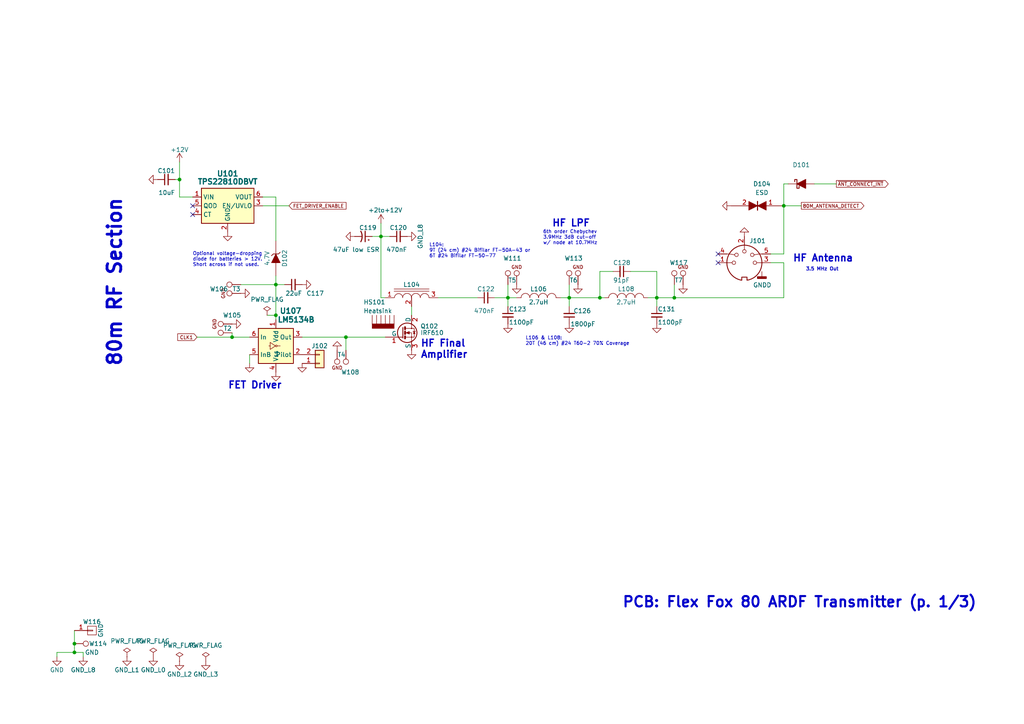
<source format=kicad_sch>
(kicad_sch (version 20211123) (generator eeschema)
  (paper "A4")
  (title_block (title "ARDF 2-Band Mini Transmitter") (date "2020-10-16") (rev "P2.1"))
  (lib_symbols
    (symbol "Connector_Generic:Conn_01x02" (pin_names (offset 1.016) hide)
      (property "Reference" "J" (at 0 2.54 0))
      (property "Value" "Conn_01x02" (at 0 -5.08 0))
      (symbol "Conn_01x02_1_1"
        (rectangle (start -1.27 -2.413) (end 0 -2.667) (stroke (width 0.1524)))
        (rectangle (start -1.27 0.127) (end 0 -0.127) (stroke (width 0.1524)))
        (rectangle (start -1.27 1.27) (end 1.27 -3.81) (stroke (width 0.254)) (fill (type background)))
        (pin passive line (at -5.08 0 0) (length 3.81) (name "Pin_1") (number "1"))
        (pin passive line (at -5.08 -2.54 0) (length 3.81) (name "Pin_2") (number "2"))
      )
    )
    (symbol "Device:C_Small" (pin_numbers hide) (pin_names (offset 0.254) hide)
      (property "Reference" "C" (at 0.254 1.778 0))
      (property "Value" "C_Small" (at 0.254 -2.032 0))
      (symbol "C_Small_0_1"
        (polyline (pts (xy -1.524 -0.508) (xy 1.524 -0.508)) (stroke (width 0.3302)))
        (polyline (pts (xy -1.524 0.508) (xy 1.524 0.508)) (stroke (width 0.3048)))
      )
      (symbol "C_Small_1_1"
        (pin passive line (at 0 2.54 270) (length 2.032) (name "~") (number "1"))
        (pin passive line (at 0 -2.54 90) (length 2.032) (name "~") (number "2"))
      )
    )
    (symbol "FlexFox80-rescue:+2to+12V-ARDF-2-Band-MiniTx-rescue" (power) (pin_names (offset 0))
      (property "Value" "+2to+12V-ARDF-2-Band-MiniTx-rescue" (at 0 3.556 0))
      (symbol "+2to+12V-ARDF-2-Band-MiniTx-rescue_0_1"
        (polyline (pts (xy -0.762 1.27) (xy 0 2.54)))
        (polyline (pts (xy 0 0) (xy 0 2.54)))
        (polyline (pts (xy 0 2.54) (xy 0.762 1.27)))
      )
      (symbol "+2to+12V-ARDF-2-Band-MiniTx-rescue_1_1"
        (pin power_in line (at 0 0 90) (length 0) hide (name "+2to+12V") (number "1"))
      )
    )
    (symbol "FlexFox80-rescue:BZT52C4V7-Diode" (pin_numbers hide) (pin_names (offset 1.016) hide)
      (property "Reference" "D" (at 0 2.54 0))
      (property "Value" "BZT52C4V7-Diode" (at 0 -2.54 0))
      (symbol "BZT52C4V7-Diode_0_1"
        (polyline (pts (xy -1.778 1.27) (xy -1.27 0.762) (xy -1.27 -0.762) (xy -0.762 -1.27) (xy -0.762 -1.27)) (stroke (width 0.2032)))
        (polyline (pts (xy -1.27 0) (xy 1.27 1.27) (xy 1.27 -1.27) (xy -1.27 0) (xy -1.27 0)) (fill (type outline)))
      )
      (symbol "BZT52C4V7-Diode_1_1"
        (pin passive line (at -5.08 0 0) (length 3.81) (name "K") (number "1"))
        (pin passive line (at 5.08 0 180) (length 3.81) (name "A") (number "2"))
      )
    )
    (symbol "FlexFox80-rescue:CONN_01X01-ARDF-2-Band-MiniTx-rescue" (pin_names (offset 1.016) hide)
      (property "Reference" "J" (at 0 2.54 0))
      (property "Value" "CONN_01X01-ARDF-2-Band-MiniTx-rescue" (at 2.54 0 90))
      (symbol "CONN_01X01-ARDF-2-Band-MiniTx-rescue_0_1"
        (rectangle (start -1.27 0.127) (end 0.254 -0.127))
        (rectangle (start -1.27 1.27) (end 1.27 -1.27))
      )
      (symbol "CONN_01X01-ARDF-2-Band-MiniTx-rescue_1_1"
        (pin passive line (at -5.08 0 0) (length 3.81) (name "P1") (number "1"))
      )
    )
    (symbol "FlexFox80-rescue:CP1_Small-Device" (pin_numbers hide) (pin_names (offset 0.254) hide)
      (property "Reference" "C" (at 0.254 1.778 0))
      (property "Value" "CP1_Small-Device" (at 0.254 -2.032 0))
      (symbol "CP1_Small-Device_0_1"
        (polyline (pts (xy -1.524 0.508) (xy 1.524 0.508)) (stroke (width 0.3048)))
        (polyline (pts (xy -1.27 1.524) (xy -0.762 1.524)))
        (polyline (pts (xy -1.016 1.27) (xy -1.016 1.778)))
        (arc (start 1.524 -0.762) (mid 0 -0.3734) (end -1.524 -0.762) (stroke (width 0.3048)))
      )
      (symbol "CP1_Small-Device_1_1"
        (pin passive line (at 0 2.54 270) (length 2.032) (name "~") (number "1"))
        (pin passive line (at 0 -2.54 90) (length 2.032) (name "~") (number "2"))
      )
    )
    (symbol "FlexFox80-rescue:DIN-5_180degree-Connector" (pin_names (offset 1.016))
      (property "Reference" "J" (at 3.175 5.715 0))
      (property "Value" "DIN-5_180degree-Connector" (at 0 -6.35 0))
      (symbol "DIN-5_180degree-Connector_0_1"
        (arc (start -5.08 0) (mid -3.8609 -3.3364) (end -0.762 -5.08) (stroke (width 0.254)))
        (circle (center -3.048 0) (radius 0.508))
        (circle (center -2.286 2.286) (radius 0.508))
        (polyline (pts (xy -5.08 0) (xy -3.556 0)))
        (polyline (pts (xy 0 5.08) (xy 0 3.81)))
        (polyline (pts (xy 5.08 0) (xy 3.556 0)))
        (polyline (pts (xy -5.08 2.54) (xy -4.318 2.54) (xy -2.794 2.286)))
        (polyline (pts (xy 5.08 2.54) (xy 4.318 2.54) (xy 2.794 2.286)))
        (polyline (pts (xy -0.762 -4.953) (xy -0.762 -4.191) (xy 0.762 -4.191) (xy 0.762 -4.953)) (stroke (width 0.254)))
        (circle (center 0 3.302) (radius 0.508))
        (arc (start 0.762 -5.08) (mid 3.8685 -3.343) (end 5.08 0) (stroke (width 0.254)))
        (circle (center 2.286 2.286) (radius 0.508))
        (circle (center 3.048 0) (radius 0.508))
        (arc (start 5.08 0) (mid 0 5.08) (end -5.08 0) (stroke (width 0.254)))
      )
      (symbol "DIN-5_180degree-Connector_1_1"
        (pin passive line (at -7.62 0 0) (length 2.54) (name "~") (number "1"))
        (pin passive line (at 0 7.62 270) (length 2.54) (name "~") (number "2"))
        (pin passive line (at 7.62 0 180) (length 2.54) (name "~") (number "3"))
        (pin passive line (at -7.62 2.54 0) (length 2.54) (name "~") (number "4"))
        (pin passive line (at 7.62 2.54 180) (length 2.54) (name "~") (number "5"))
        (pin passive line (at 5.08 -2.54 180) (length 5.08) hide (name "E") (number "E"))
      )
    )
    (symbol "FlexFox80-rescue:D_Schottky_ALT-Device" (pin_numbers hide) (pin_names (offset 1.016) hide)
      (property "Reference" "D" (at 0 2.54 0))
      (property "Value" "D_Schottky_ALT-Device" (at 0 -2.54 0))
      (symbol "D_Schottky_ALT-Device_0_1"
        (polyline (pts (xy 1.27 0) (xy -1.27 0)))
        (polyline (pts (xy 1.27 1.27) (xy 1.27 -1.27) (xy -1.27 0) (xy 1.27 1.27)) (stroke (width 0.254)) (fill (type outline)))
        (polyline (pts (xy -1.905 0.635) (xy -1.905 1.27) (xy -1.27 1.27) (xy -1.27 -1.27) (xy -0.635 -1.27) (xy -0.635 -0.635)) (stroke (width 0.254)))
      )
      (symbol "D_Schottky_ALT-Device_1_1"
        (pin passive line (at -3.81 0 0) (length 2.54) (name "K") (number "1"))
        (pin passive line (at 3.81 0 180) (length 2.54) (name "A") (number "2"))
      )
    )
    (symbol "FlexFox80-rescue:GND_L0-ARDF-2-Band-MiniTx-rescue" (power) (pin_names (offset 0))
      (property "Value" "GND_L0-ARDF-2-Band-MiniTx-rescue" (at 0 -3.81 0))
      (symbol "GND_L0-ARDF-2-Band-MiniTx-rescue_0_1"
        (polyline (pts (xy 0 0) (xy 0 -1.27) (xy 1.27 -1.27) (xy 0 -2.54) (xy -1.27 -1.27) (xy 0 -1.27)))
      )
      (symbol "GND_L0-ARDF-2-Band-MiniTx-rescue_1_1"
        (pin power_in line (at 0 0 270) (length 0) hide (name "GND_L0") (number "1"))
      )
    )
    (symbol "FlexFox80-rescue:GND_L1-ARDF-2-Band-MiniTx-rescue" (power) (pin_names (offset 0))
      (property "Value" "GND_L1-ARDF-2-Band-MiniTx-rescue" (at 0 -3.81 0))
      (symbol "GND_L1-ARDF-2-Band-MiniTx-rescue_0_1"
        (polyline (pts (xy 0 0) (xy 0 -1.27) (xy 1.27 -1.27) (xy 0 -2.54) (xy -1.27 -1.27) (xy 0 -1.27)))
      )
      (symbol "GND_L1-ARDF-2-Band-MiniTx-rescue_1_1"
        (pin power_in line (at 0 0 270) (length 0) hide (name "GND_L1") (number "1"))
      )
    )
    (symbol "FlexFox80-rescue:GND_L2-ARDF-2-Band-MiniTx-rescue" (power) (pin_names (offset 0))
      (property "Value" "GND_L2-ARDF-2-Band-MiniTx-rescue" (at 0 -3.81 0))
      (symbol "GND_L2-ARDF-2-Band-MiniTx-rescue_0_1"
        (polyline (pts (xy 0 0) (xy 0 -1.27) (xy 1.27 -1.27) (xy 0 -2.54) (xy -1.27 -1.27) (xy 0 -1.27)))
      )
      (symbol "GND_L2-ARDF-2-Band-MiniTx-rescue_1_1"
        (pin power_in line (at 0 0 270) (length 0) hide (name "GND_L2") (number "1"))
      )
    )
    (symbol "FlexFox80-rescue:GND_L3-ARDF-2-Band-MiniTx-rescue" (power) (pin_names (offset 0))
      (property "Value" "GND_L3-ARDF-2-Band-MiniTx-rescue" (at 0 -3.81 0))
      (symbol "GND_L3-ARDF-2-Band-MiniTx-rescue_0_1"
        (polyline (pts (xy 0 0) (xy 0 -1.27) (xy 1.27 -1.27) (xy 0 -2.54) (xy -1.27 -1.27) (xy 0 -1.27)))
      )
      (symbol "GND_L3-ARDF-2-Band-MiniTx-rescue_1_1"
        (pin power_in line (at 0 0 270) (length 0) hide (name "GND_L3") (number "1"))
      )
    )
    (symbol "FlexFox80-rescue:GND_L8-ARDF-2-Band-MiniTx-rescue" (power) (pin_names (offset 0))
      (property "Value" "GND_L8-ARDF-2-Band-MiniTx-rescue" (at 0 -3.81 0))
      (symbol "GND_L8-ARDF-2-Band-MiniTx-rescue_0_1"
        (polyline (pts (xy 0 0) (xy 0 -1.27) (xy 1.27 -1.27) (xy 0 -2.54) (xy -1.27 -1.27) (xy 0 -1.27)))
      )
      (symbol "GND_L8-ARDF-2-Band-MiniTx-rescue_1_1"
        (pin power_in line (at 0 0 270) (length 0) hide (name "GND_L8") (number "1"))
      )
    )
    (symbol "FlexFox80-rescue:INDUCTOR_CT-Device" (pin_names (offset 1.016) hide)
      (property "Reference" "L" (at -1.27 0 90))
      (property "Value" "INDUCTOR_CT-Device" (at 6.35 1.27 90))
      (symbol "INDUCTOR_CT-Device_0_1"
        (polyline (pts (xy 1.905 5.08) (xy 1.905 -5.08)))
        (polyline (pts (xy 2.54 5.08) (xy 2.54 -5.08)))
        (arc (start 0.0254 -5.0546) (mid 1.2449 -3.8097) (end 0.0254 -2.54))
        (arc (start 0.0254 -2.5146) (mid 1.2703 -1.2444) (end 0.0254 0.0508))
        (arc (start 0.0254 0.0254) (mid 1.2703 1.2956) (end 0.0254 2.5908))
        (arc (start 0.0254 2.5654) (mid 1.1941 3.7595) (end 0.0254 4.9784))
      )
      (symbol "INDUCTOR_CT-Device_1_1"
        (pin passive line (at 0 7.62 270) (length 2.54) (name "1") (number "1"))
        (pin passive line (at -2.54 0 0) (length 2.54) (name "TAP") (number "2"))
        (pin passive line (at 0 -7.62 90) (length 2.54) (name "3") (number "3"))
      )
    )
    (symbol "FlexFox80-rescue:INDUCTOR_SMALL-Device" (pin_numbers hide) (pin_names (offset 0) hide)
      (property "Reference" "L" (at 0 2.54 0))
      (property "Value" "INDUCTOR_SMALL-Device" (at 0 -1.27 0))
      (symbol "INDUCTOR_SMALL-Device_0_1"
        (arc (start -2.54 0) (mid -3.81 1.27) (end -5.08 0))
        (arc (start 0 0) (mid -1.27 1.27) (end -2.54 0))
        (arc (start 2.54 0) (mid 1.27 1.27) (end 0 0))
        (arc (start 5.08 0) (mid 3.81 1.27) (end 2.54 0))
      )
      (symbol "INDUCTOR_SMALL-Device_1_1"
        (pin input line (at -6.35 0 0) (length 1.27) (name "1") (number "1"))
        (pin input line (at 6.35 0 180) (length 1.27) (name "2") (number "2"))
      )
    )
    (symbol "FlexFox80-rescue:IRF610_TO220-Transistor_FET" (pin_names (offset 0))
      (property "Reference" "Q" (at 5.08 1.905 0))
      (property "Value" "IRF610_TO220-Transistor_FET" (at 5.08 0 0))
      (symbol "IRF610_TO220-Transistor_FET_0_1"
        (polyline (pts (xy 0.635 -1.016) (xy 0.635 -1.651)) (stroke (width 0.508)))
        (polyline (pts (xy 0.635 0.381) (xy 0.635 -0.381)) (stroke (width 0.508)))
        (polyline (pts (xy 0.635 1.651) (xy 0.635 1.016)) (stroke (width 0.508)))
        (polyline (pts (xy 3.048 0.381) (xy 2.921 0.254)))
        (polyline (pts (xy 3.048 0.381) (xy 3.556 0.381)))
        (polyline (pts (xy 3.556 0.381) (xy 3.683 0.508)))
        (polyline (pts (xy 0 1.524) (xy 0 -1.524) (xy 0 -1.524)) (stroke (width 0.254)))
        (polyline (pts (xy 0.762 -1.27) (xy 2.54 -1.27) (xy 2.54 -2.54) (xy 2.54 -2.54)))
        (polyline (pts (xy 0.762 1.27) (xy 2.54 1.27) (xy 2.54 2.54) (xy 2.54 2.54)))
        (polyline (pts (xy 2.54 1.27) (xy 3.302 1.27) (xy 3.302 -1.27) (xy 2.54 -1.27)))
        (polyline (pts (xy 3.302 0.381) (xy 3.048 -0.254) (xy 3.556 -0.254) (xy 3.302 0.381)) (fill (type outline)))
        (polyline (pts (xy 0.762 0) (xy 1.27 0) (xy 2.54 0) (xy 2.54 -1.27) (xy 2.54 -1.27)))
        (polyline (pts (xy 0.889 0) (xy 1.905 0.381) (xy 1.905 -0.381) (xy 0.889 0) (xy 1.016 0) (xy 1.016 0)) (fill (type outline)))
        (circle (center 1.27 0) (radius 2.8194) (stroke (width 0.254)))
        (circle (center 2.54 -1.27) (radius 0.127))
        (circle (center 2.54 1.27) (radius 0.127))
      )
      (symbol "IRF610_TO220-Transistor_FET_1_1"
        (pin input line (at -5.08 -1.27 0) (length 5.08) (name "G") (number "1"))
        (pin passive line (at 2.54 5.08 270) (length 2.54) (name "D") (number "2"))
        (pin passive line (at 2.54 -5.08 90) (length 2.54) (name "S") (number "3"))
      )
    )
    (symbol "FlexFox80-rescue:LM5134-Driver_FET"
      (property "Reference" "U" (at -1.524 10.541 0))
      (property "Value" "LM5134-Driver_FET" (at -1.524 8.636 0))
      (symbol "LM5134-Driver_FET_0_1"
        (rectangle (start -5.08 -5.08) (end 5.08 5.08) (stroke (width 0.254)) (fill (type background)))
        (polyline (pts (xy -2.032 0) (xy -1.651 0)))
        (polyline (pts (xy 0.381 0) (xy 1.27 0) (xy 0.635 0)))
        (polyline (pts (xy -1.651 1.016) (xy -1.651 -1.016) (xy -0.127 0) (xy -1.651 1.016)))
        (circle (center 0.127 0) (radius 0.254))
      )
      (symbol "LM5134-Driver_FET_1_1"
        (pin power_in line (at 0 7.62 270) (length 2.54) (name "Vdd") (number "1"))
        (pin output line (at 7.62 -2.54 180) (length 2.54) (name "Pilot") (number "2"))
        (pin output line (at 7.62 2.54 180) (length 2.54) (name "Out") (number "3"))
        (pin power_in line (at 0 -7.62 90) (length 2.54) (name "Vss") (number "4"))
        (pin input line (at -7.62 -2.54 0) (length 2.54) (name "InB") (number "5"))
        (pin input line (at -7.62 2.54 0) (length 2.54) (name "In") (number "6"))
      )
    )
    (symbol "FlexFox80-rescue:TEST_1P-ARDF-2-Band-MiniTx-rescue" (pin_numbers hide) (pin_names (offset 0.762) hide)
      (property "Reference" "J" (at 0 6.858 0))
      (property "Value" "TEST_1P-ARDF-2-Band-MiniTx-rescue" (at 0 5.08 0))
      (symbol "TEST_1P-ARDF-2-Band-MiniTx-rescue_0_1"
        (circle (center 0 3.302) (radius 0.762))
      )
      (symbol "TEST_1P-ARDF-2-Band-MiniTx-rescue_1_1"
        (pin passive line (at 0 0 90) (length 2.54) (name "1") (number "1"))
      )
    )
    (symbol "FlexFox80-rescue:TPS22810DBVT-Power_Management"
      (property "Reference" "U" (at -6.35 6.35 0))
      (property "Value" "TPS22810DBVT-Power_Management" (at 7.62 -6.35 0))
      (symbol "TPS22810DBVT-Power_Management_1_1"
        (rectangle (start -7.62 5.08) (end 7.62 -5.08) (stroke (width 0.254)) (fill (type background)))
        (pin power_in line (at 10.16 2.54 180) (length 2.54) (name "VIN") (number "1"))
        (pin power_in line (at 0 -7.62 90) (length 2.54) (name "GND") (number "2"))
        (pin input line (at -10.16 0 0) (length 2.54) (name "EN/UVLO") (number "3"))
        (pin output line (at 10.16 -2.54 180) (length 2.54) (name "CT") (number "4"))
        (pin open_collector line (at 10.16 0 180) (length 2.54) (name "QOD") (number "5"))
        (pin power_out line (at -10.16 2.54 0) (length 2.54) (name "VOUT") (number "6"))
      )
    )
    (symbol "FlexFox80-rescue:TVS_Diode-Power_Protection" (pin_names (offset 1.016))
      (property "Reference" "D" (at 0 3.81 0))
      (property "Value" "TVS_Diode-Power_Protection" (at 0 -3.81 0))
      (symbol "TVS_Diode-Power_Protection_0_1"
        (polyline (pts (xy 0 1.27) (xy 0 -1.27)) (stroke (width 0.3048)))
        (polyline (pts (xy -2.54 1.27) (xy -2.54 -1.27) (xy 0 0) (xy -2.54 1.27)) (fill (type outline)))
        (polyline (pts (xy 0 0) (xy 2.54 1.27) (xy 2.54 -1.27) (xy 0 0)) (fill (type outline)))
      )
      (symbol "TVS_Diode-Power_Protection_1_1"
        (pin passive line (at -7.62 0 0) (length 7.62) (name "~") (number "1"))
        (pin passive line (at 7.62 0 180) (length 7.62) (name "~") (number "2"))
      )
    )
    (symbol "power:+12V" (power) (pin_names (offset 0))
      (property "Value" "+12V" (at 0 3.556 0))
      (symbol "+12V_0_1"
        (polyline (pts (xy -0.762 1.27) (xy 0 2.54)))
        (polyline (pts (xy 0 0) (xy 0 2.54)))
        (polyline (pts (xy 0 2.54) (xy 0.762 1.27)))
      )
      (symbol "+12V_1_1"
        (pin power_in line (at 0 0 90) (length 0) hide (name "+12V") (number "1"))
      )
    )
    (symbol "power:GND" (power) (pin_names (offset 0))
      (property "Value" "GND" (at 0 -3.81 0))
      (symbol "GND_0_1"
        (polyline (pts (xy 0 0) (xy 0 -1.27) (xy 1.27 -1.27) (xy 0 -2.54) (xy -1.27 -1.27) (xy 0 -1.27)))
      )
      (symbol "GND_1_1"
        (pin power_in line (at 0 0 270) (length 0) hide (name "GND") (number "1"))
      )
    )
    (symbol "power:GNDD" (power) (pin_names (offset 0))
      (property "Value" "GNDD" (at 0 -3.175 0))
      (symbol "GNDD_0_1"
        (rectangle (start -1.27 -1.524) (end 1.27 -2.032) (stroke (width 0.254)) (fill (type outline)))
        (polyline (pts (xy 0 0) (xy 0 -1.524)))
      )
      (symbol "GNDD_1_1"
        (pin power_in line (at 0 0 270) (length 0) hide (name "GNDD") (number "1"))
      )
    )
    (symbol "power:PWR_FLAG" (power) (pin_numbers hide) (pin_names (offset 0) hide)
      (property "Value" "PWR_FLAG" (at 0 3.81 0))
      (symbol "PWR_FLAG_0_0"
        (pin power_out line (at 0 0 90) (length 0) (name "pwr") (number "1"))
      )
      (symbol "PWR_FLAG_0_1"
        (polyline (pts (xy 0 0) (xy 0 1.27) (xy -1.016 1.905) (xy 0 2.54) (xy 1.016 1.905) (xy 0 1.27)))
      )
    )
    (symbol "special:Heat-sink" (pin_names (offset 0))
      (property "Reference" "HS" (at -13.97 3.175 0))
      (property "Value" "Heat-sink" (at -13.97 1.27 0))
      (symbol "Heat-sink_0_1"
        (rectangle (start -2.54 1.27) (end -1.27 1.27))
        (rectangle (start -2.54 1.27) (end 3.81 0) (fill (type outline)))
        (rectangle (start -2.54 3.81) (end -2.54 1.27))
        (rectangle (start -1.27 1.27) (end -1.27 3.81))
        (rectangle (start -1.27 1.27) (end 0 1.27))
        (rectangle (start 0 1.27) (end 0 3.81))
        (rectangle (start 0 1.27) (end 1.27 1.27))
        (rectangle (start 1.27 1.27) (end 1.27 3.81))
        (rectangle (start 1.27 1.27) (end 2.54 1.27))
        (rectangle (start 2.54 1.27) (end 2.54 3.81))
        (rectangle (start 2.54 1.27) (end 3.81 1.27))
        (rectangle (start 3.81 1.27) (end 3.81 3.81))
      )
    )
    (symbol "special:TEST_SCOPE" (pin_numbers hide) (pin_names (offset 0.762) hide)
      (property "Reference" "TP" (at 1.27 6.35 0))
      (property "Value" "TEST_SCOPE" (at 1.27 -2.54 0))
      (symbol "TEST_SCOPE_0_0"
        (text "GND" (at 2.54 5.08 0) (effects (font (size 0.9906 0.9906))))
      )
      (symbol "TEST_SCOPE_0_1"
        (circle (center 0 3.302) (radius 0.762))
        (circle (center 2.54 3.302) (radius 0.762))
      )
      (symbol "TEST_SCOPE_1_1"
        (pin passive line (at 0 0 90) (length 2.54) (name "1") (number "1"))
        (pin input line (at 2.54 0 90) (length 2.54) (name "GND") (number "2"))
      )
    )
  )
  (junction (at 195.58 86.36))
  (junction (at 147.32 86.36))
  (junction (at 190.5 86.36))
  (junction (at 165.1 86.36))
  (junction (at 110.49 68.58))
  (junction (at 80.01 82.55))
  (junction (at 21.59 186.69))
  (junction (at 67.31 97.79))
  (junction (at 21.59 189.23))
  (junction (at 80.01 91.44))
  (junction (at 227.33 59.69))
  (junction (at 173.99 86.36))
  (junction (at 52.07 52.07))
  (junction (at 100.33 97.79))
  (no_connect (at 208.28 76.2))
  (no_connect (at 55.88 59.69))
  (no_connect (at 55.88 62.23))
  (no_connect (at 208.28 73.66))
  (wire (pts (xy 232.41 59.69) (xy 227.33 59.69)))
  (wire (pts (xy 72.39 102.87) (xy 72.39 105.41)))
  (wire (pts (xy 165.1 86.36) (xy 173.99 86.36)))
  (wire (pts (xy 67.31 97.79) (xy 72.39 97.79)))
  (wire (pts (xy 80.01 57.15) (xy 80.01 69.85)))
  (wire (pts (xy 165.1 86.36) (xy 165.1 88.9)))
  (wire (pts (xy 143.51 86.36) (xy 147.32 86.36)))
  (wire (pts (xy 83.82 59.69) (xy 76.2 59.69)))
  (wire (pts (xy 87.63 97.79) (xy 100.33 97.79)))
  (wire (pts (xy 190.5 78.74) (xy 190.5 86.36)))
  (wire (pts (xy 21.59 186.69) (xy 21.59 189.23)))
  (wire (pts (xy 173.99 86.36) (xy 175.26 86.36)))
  (wire (pts (xy 80.01 80.01) (xy 80.01 82.55)))
  (wire (pts (xy 50.8 52.07) (xy 52.07 52.07)))
  (wire (pts (xy 177.8 78.74) (xy 173.99 78.74)))
  (wire (pts (xy 190.5 86.36) (xy 195.58 86.36)))
  (wire (pts (xy 227.33 76.2) (xy 223.52 76.2)))
  (wire (pts (xy 147.32 86.36) (xy 149.86 86.36)))
  (wire (pts (xy 110.49 68.58) (xy 110.49 86.36)))
  (wire (pts (xy 76.2 57.15) (xy 80.01 57.15)))
  (wire (pts (xy 119.38 88.9) (xy 119.38 91.44)))
  (wire (pts (xy 187.96 86.36) (xy 190.5 86.36)))
  (wire (pts (xy 52.07 52.07) (xy 52.07 57.15)))
  (wire (pts (xy 57.15 97.79) (xy 67.31 97.79)))
  (wire (pts (xy 110.49 64.77) (xy 110.49 68.58)))
  (wire (pts (xy 182.88 78.74) (xy 190.5 78.74)))
  (wire (pts (xy 223.52 73.66) (xy 227.33 73.66)))
  (wire (pts (xy 127 86.36) (xy 138.43 86.36)))
  (wire (pts (xy 110.49 68.58) (xy 113.03 68.58)))
  (wire (pts (xy 147.32 82.55) (xy 147.32 86.36)))
  (wire (pts (xy 52.07 57.15) (xy 55.88 57.15)))
  (wire (pts (xy 21.59 182.88) (xy 21.59 186.69)))
  (wire (pts (xy 227.33 86.36) (xy 227.33 76.2)))
  (wire (pts (xy 195.58 86.36) (xy 227.33 86.36)))
  (wire (pts (xy 107.95 68.58) (xy 110.49 68.58)))
  (wire (pts (xy 110.49 86.36) (xy 111.76 86.36)))
  (wire (pts (xy 21.59 189.23) (xy 24.13 189.23)))
  (wire (pts (xy 227.33 59.69) (xy 227.33 73.66)))
  (wire (pts (xy 236.22 53.34) (xy 242.57 53.34)))
  (wire (pts (xy 80.01 82.55) (xy 82.55 82.55)))
  (wire (pts (xy 80.01 82.55) (xy 80.01 91.44)))
  (wire (pts (xy 52.07 46.99) (xy 52.07 52.07)))
  (wire (pts (xy 190.5 86.36) (xy 190.5 88.9)))
  (wire (pts (xy 16.51 190.5) (xy 16.51 189.23)))
  (wire (pts (xy 100.33 101.6) (xy 100.33 97.79)))
  (wire (pts (xy 67.31 97.79) (xy 67.31 96.52)))
  (wire (pts (xy 100.33 97.79) (xy 111.76 97.79)))
  (wire (pts (xy 227.33 53.34) (xy 228.6 53.34)))
  (wire (pts (xy 195.58 82.55) (xy 195.58 86.36)))
  (wire (pts (xy 147.32 86.36) (xy 147.32 88.9)))
  (wire (pts (xy 173.99 78.74) (xy 173.99 86.36)))
  (wire (pts (xy 80.01 91.44) (xy 80.01 92.71)))
  (wire (pts (xy 165.1 82.55) (xy 165.1 86.36)))
  (wire (pts (xy 80.01 91.44) (xy 77.47 91.44)))
  (wire (pts (xy 227.33 53.34) (xy 227.33 59.69)))
  (wire (pts (xy 16.51 189.23) (xy 21.59 189.23)))
  (wire (pts (xy 24.13 189.23) (xy 24.13 190.5)))
  (wire (pts (xy 162.56 86.36) (xy 165.1 86.36)))
  (wire (pts (xy 69.85 82.55) (xy 80.01 82.55)))
  (text "80m RF Section" (at 35.56 106.68 90) (effects (font (size 3.9878 3.9878) (thickness 0.7976) bold) (justify left bottom)))
  (text "3.5 MHz Out" (at 233.68 78.74 0) (effects (font (size 0.9906 0.9906) (thickness 0.1981) bold) (justify left bottom)))
  (text "HF LPF" (at 160.02 66.04 0) (effects (font (size 2.0066 2.0066) (thickness 0.4013) bold) (justify left bottom)))
  (text "L104:\n9T (24 cm) #24 Bifilar FT-50A-43 or\n6T #24 Bifilar FT-50-77" (at 124.46 74.93 0) (effects (font (size 0.9906 0.9906)) (justify left bottom)))
  (text "FET Driver" (at 66.04 113.03 0) (effects (font (size 2.0066 2.0066) (thickness 0.4013) bold) (justify left bottom)))
  (text "6th order Chebychev\n3.9MHz 3dB cut-off\nw/ node at 10.7MHz" (at 157.48 71.12 0) (effects (font (size 0.9906 0.9906)) (justify left bottom)))
  (text "PCB: Flex Fox 80 ARDF Transmitter (p. 1/3)" (at 180.34 176.53 0) (effects (font (size 2.9972 2.9972) (thickness 0.5994) bold) (justify left bottom)))
  (text "Optional voltage-dropping\ndiode for batteries > 12V.\nShort across if not used." (at 55.88 77.47 0) (effects (font (size 0.9906 0.9906)) (justify left bottom)))
  (text "L106 & L108:\n20T (46 cm) #24 T60-2 70% Coverage" (at 152.4 100.33 0) (effects (font (size 0.9906 0.9906)) (justify left bottom)))
  (text "HF Final\nAmplifier" (at 121.92 104.14 0) (effects (font (size 2.0066 2.0066) (thickness 0.4013) bold) (justify left bottom)))
  (text "HF Antenna" (at 229.87 76.2 0) (effects (font (size 2.0066 2.0066) (thickness 0.4013) bold) (justify left bottom)))
  (global_label "80M_ANTENNA_DETECT" (shape output) (at 232.41 59.69 0) (effects (font (size 0.9906 0.9906))) (property "Intersheet References" "${INTERSHEET_REFS}" (effects hide)))
  (global_label "~{ANT_CONNECT_INT}" (shape output) (at 242.57 53.34 0) (effects (font (size 0.9906 0.9906))) (property "Intersheet References" "${INTERSHEET_REFS}" (effects hide)))
  (global_label "CLK1" (shape input) (at 57.15 97.79 180) (effects (font (size 0.9906 0.9906))) (property "Intersheet References" "${INTERSHEET_REFS}" (effects hide)))
  (global_label "FET_DRIVER_ENABLE" (shape input) (at 83.82 59.69 0) (effects (font (size 0.9906 0.9906))) (property "Intersheet References" "${INTERSHEET_REFS}" (effects hide)))
  (symbol (lib_id "FlexFox80-rescue:GND_L8-ARDF-2-Band-MiniTx-rescue") (at 102.87 68.58 270) (unit 1)
    (property "Reference" "#PWR0130" (effects hide))
    (property "Value" "GND_L8" (effects hide))
  )
  (symbol (lib_id "FlexFox80-rescue:GND_L8-ARDF-2-Band-MiniTx-rescue") (at 118.11 68.58 90) (unit 1)
    (property "Reference" "#PWR0134" (effects hide))
    (property "Value" "GND_L8" (at 121.92 68.58 0))
  )
  (symbol (lib_id "FlexFox80-rescue:GND_L8-ARDF-2-Band-MiniTx-rescue") (at 119.38 101.6 0) (unit 1)
    (property "Reference" "#PWR0136" (effects hide))
    (property "Value" "GND_L8" (effects hide))
  )
  (symbol (lib_id "FlexFox80-rescue:INDUCTOR_SMALL-Device") (at 156.21 86.36 0) (unit 1)
    (property "Reference" "L106" (at 156.21 83.82 0))
    (property "Value" "2.7uH" (at 156.21 87.63 0))
    (property "Footprint" "Inductors:Toroid_T-60_2TH_Vertical" (effects hide))
    (property "Digi-Key Part No." "T60-2 (Amidon)" (effects hide))
    (property "Link" "<a href=\"http://www.amidoncorp.com/t60-2/\">Link</a>" (effects hide))
    (property "Manufacturer" "TH" (effects hide))
    (property "Manufacturer PN" "TH" (effects hide))
    (property "Description" "TH" (effects hide))
  )
  (symbol (lib_id "Device:C_Small") (at 147.32 91.44 0) (unit 1)
    (property "Reference" "C123" (at 147.574 89.662 0) (effects (justify left)))
    (property "Value" "1100pF" (at 147.574 93.472 0) (effects (justify left)))
    (property "Footprint" "Capacitors_SMD:C_0805" (effects hide))
    (property "Digi-Key Part No." "399-14552-1-ND" (effects hide))
    (property "Link" "<a href=\"https://www.digikey.com/products/en?keywords=399-14552-1-ND\">Link</a>" (effects hide))
    (property "Manufacturer" "KEMET" (effects hide))
    (property "Manufacturer PN" "C0805C112J5GAC7800" (effects hide))
    (property "Description" "CAP CER 1100PF 50V NP0 0805" (effects hide))
    (property "LCSC Part Number" "C2327793" (effects hide))
  )
  (symbol (lib_id "FlexFox80-rescue:GND_L8-ARDF-2-Band-MiniTx-rescue") (at 165.1 93.98 0) (unit 1)
    (property "Reference" "#PWR0146" (effects hide))
    (property "Value" "GND_L8" (effects hide))
  )
  (symbol (lib_id "FlexFox80-rescue:GND_L8-ARDF-2-Band-MiniTx-rescue") (at 190.5 93.98 0) (unit 1)
    (property "Reference" "#PWR0151" (effects hide))
    (property "Value" "GND_L8" (effects hide))
  )
  (symbol (lib_id "FlexFox80-rescue:+2to+12V-ARDF-2-Band-MiniTx-rescue") (at 110.49 64.77 0) (unit 1)
    (property "Reference" "#PWR0133" (effects hide))
    (property "Value" "+2to+12V" (at 111.76 60.96 0))
  )
  (symbol (lib_id "power:+12V") (at 52.07 46.99 0) (unit 1)
    (property "Reference" "#PWR0117" (effects hide))
    (property "Value" "+12V" (at 52.07 43.434 0))
  )
  (symbol (lib_id "FlexFox80-rescue:CONN_01X01-ARDF-2-Band-MiniTx-rescue") (at 26.67 182.88 0) (unit 1)
    (property "Reference" "W116" (at 26.67 180.34 0))
    (property "Value" "GND" (at 29.21 182.88 90))
    (property "Footprint" "Pin_Headers:Pin_Header_Straight_1x01" (effects hide))
    (property "Part No." "np" (effects hide))
    (property "Link" "np" (effects hide))
  )
  (symbol (lib_id "FlexFox80-rescue:GND_L8-ARDF-2-Band-MiniTx-rescue") (at 66.04 67.31 0) (unit 1)
    (property "Reference" "#PWR0123" (effects hide))
    (property "Value" "GND_L8" (effects hide))
  )
  (symbol (lib_id "Device:C_Small") (at 85.09 82.55 90) (unit 1)
    (property "Reference" "C117" (at 93.98 85.09 90) (effects (justify left)))
    (property "Value" "22uF" (at 87.63 85.09 90) (effects (justify left)))
    (property "Footprint" "Capacitors_SMD:C_1210" (effects hide))
    (property "Digi-Key Part No." "1276-3373-1-ND" (effects hide))
    (property "Link" "<a href=\"https://www.digikey.com/products/en?keywords=1276-3373-1-ND\">Link</a>" (effects hide))
    (property "Manufacturer" "Samsung Electro-Mechanics" (effects hide))
    (property "Manufacturer PN" "CL32A226MAJNNNE" (effects hide))
    (property "Description" "CAP CER 22UF 25V X5R 1210" (effects hide))
    (property "LCSC Part Number" "C337455" (effects hide))
  )
  (symbol (lib_id "FlexFox80-rescue:GND_L8-ARDF-2-Band-MiniTx-rescue") (at 87.63 82.55 90) (unit 1)
    (property "Reference" "#PWR0124" (effects hide))
    (property "Value" "GND_L8" (effects hide))
  )
  (symbol (lib_id "FlexFox80-rescue:GND_L8-ARDF-2-Band-MiniTx-rescue") (at 147.32 93.98 0) (unit 1)
    (property "Reference" "#PWR0140" (effects hide))
    (property "Value" "GND_L8" (effects hide))
  )
  (symbol (lib_id "FlexFox80-rescue:GND_L8-ARDF-2-Band-MiniTx-rescue") (at 80.01 107.95 0) (unit 1)
    (property "Reference" "#PWR0120" (effects hide))
    (property "Value" "GND_L8" (effects hide))
  )
  (symbol (lib_id "power:PWR_FLAG") (at 77.47 91.44 0) (unit 1)
    (property "Reference" "#FLG0105" (effects hide))
    (property "Value" "PWR_FLAG" (at 77.47 86.868 0))
  )
  (symbol (lib_id "FlexFox80-rescue:TEST_1P-ARDF-2-Band-MiniTx-rescue") (at 21.59 186.69 270) (mirror x) (unit 1)
    (property "Reference" "W114" (at 28.448 186.69 90))
    (property "Value" "GND" (at 26.67 189.23 90))
    (property "Footprint" "Measurement_Points:Measurement_Point_Round-SMD-Pad_Small" (effects hide))
    (property "Part No." "np" (effects hide))
    (property "Link" "np" (effects hide))
  )
  (symbol (lib_id "FlexFox80-rescue:LM5134-Driver_FET") (at 80.01 100.33 0) (unit 1)
    (property "Reference" "U107" (at 87.63 90.17 0) (effects (font (size 1.5494 1.5494) bold) (justify right)))
    (property "Value" "LM5134B" (at 91.44 92.71 0) (effects (font (size 1.5494 1.5494) bold) (justify right)))
    (property "Footprint" "TO_SOT_Packages_SMD:SOT-23-6-LM5134" (effects hide))
    (property "Digi-Key Part No." "296-40244-1-ND" (effects hide))
    (property "Link" "<a href=\"https://www.digikey.com/products/en?keywords=296-40244-1-ND\">Link</a>" (effects hide))
    (property "Manufacturer" "Texas Instruments" (effects hide))
    (property "Manufacturer PN" "LM5134BMFX/NOPB" (effects hide))
    (property "Description" "IC GATE DRVR LOW-SIDE SOT23-6" (effects hide))
    (property "LCSC Part Number" "C2677086" (effects hide))
  )
  (symbol (lib_id "FlexFox80-rescue:GND_L8-ARDF-2-Band-MiniTx-rescue") (at 72.39 105.41 0) (unit 1)
    (property "Reference" "#PWR0119" (effects hide))
    (property "Value" "GND_L8" (effects hide))
  )
  (symbol (lib_id "Device:C_Small") (at 115.57 68.58 90) (unit 1)
    (property "Reference" "C120" (at 118.11 66.04 90) (effects (justify left)))
    (property "Value" "470nF" (at 118.11 72.39 90) (effects (justify left)))
    (property "Footprint" "Capacitors_SMD:C_0805" (effects hide))
    (property "Digi-Key Part No." "478-9924-1-ND" (effects hide))
    (property "Link" "<a href=\"https://www.digikey.com/products/en?keywords=478-9924-1-ND\">Link</a>" (effects hide))
    (property "Manufacturer" "AVX Corporation" (effects hide))
    (property "Manufacturer PN" "08051C474K4Z2A" (effects hide))
    (property "Description" "CAP CER 0.47UF 100V X7R 0805" (effects hide))
    (property "LCSC Part Number" "C342818" (effects hide))
  )
  (symbol (lib_id "Device:C_Small") (at 165.1 91.44 180) (unit 1)
    (property "Reference" "C126" (at 171.45 90.17 0) (effects (justify left)))
    (property "Value" "1800pF" (at 172.72 93.98 0) (effects (justify left)))
    (property "Footprint" "Capacitors_SMD:C_0805" (effects hide))
    (property "Digi-Key Part No." "445-5752-1-ND" (effects hide))
    (property "Link" "<a href=\"https://www.digikey.com/products/en?keywords=445-5752-1-ND\">Link</a>" (effects hide))
    (property "Manufacturer" "TDK Corporation" (effects hide))
    (property "Manufacturer PN" "CGA4F2C0G2A182J085AA" (effects hide))
    (property "Description" "CAP CER 1800PF 100V C0G 0805" (effects hide))
    (property "LCSC Part Number" "C2173329" (effects hide))
  )
  (symbol (lib_id "special:Heat-sink") (at 110.49 95.25 0) (unit 1)
    (property "Reference" "HS101" (at 105.41 87.63 0) (effects (justify left)))
    (property "Value" "Heatsink" (at 105.41 90.17 0) (effects (justify left)))
    (property "Footprint" "Heatsinks:Heatsink_HF35G" (effects hide))
    (property "Digi-Key Part No." "HS220-ND" (effects hide))
    (property "Link" "<a href=\"https://www.digikey.com/products/en?keywords=HS220-ND\">Link</a>" (effects hide))
    (property "Manufacturer" "TH" (effects hide))
    (property "Manufacturer PN" "TH" (effects hide))
    (property "Description" "TH" (effects hide))
  )
  (symbol (lib_id "FlexFox80-rescue:INDUCTOR_SMALL-Device") (at 181.61 86.36 0) (unit 1)
    (property "Reference" "L108" (at 181.61 83.82 0))
    (property "Value" "2.7uH" (at 181.61 87.63 0))
    (property "Footprint" "Inductors:Toroid_T-60_2TH_Vertical" (effects hide))
    (property "Digi-Key Part No." "T60-2 (Amidon)" (effects hide))
    (property "Link" "<a href=\"http://www.amidoncorp.com/t60-2/\">Link</a>" (effects hide))
    (property "Manufacturer" "TH" (effects hide))
    (property "Manufacturer PN" "TH" (effects hide))
    (property "Description" "TH" (effects hide))
  )
  (symbol (lib_id "special:TEST_SCOPE") (at 67.31 96.52 90) (unit 1)
    (property "Reference" "W105" (at 67.31 91.44 90))
    (property "Value" "T2" (at 66.04 95.25 90))
    (property "Footprint" "Measurement_Points:Measurement_Point_ScopeProbe_Round-SMD-2sides-Pad_Small" (effects hide))
    (property "Digi-Key Part No." "np" (effects hide))
    (property "Link" "np" (effects hide))
  )
  (symbol (lib_id "FlexFox80-rescue:GND_L8-ARDF-2-Band-MiniTx-rescue") (at 67.31 93.98 90) (unit 1)
    (property "Reference" "#PWR0116" (effects hide))
    (property "Value" "GND_L8" (effects hide))
  )
  (symbol (lib_id "special:TEST_SCOPE") (at 100.33 101.6 180) (unit 1)
    (property "Reference" "W108" (at 101.6 107.95 0))
    (property "Value" "T4" (at 99.06 102.87 0))
    (property "Footprint" "Measurement_Points:Measurement_Point_ScopeProbe_Round-SMD-2sides-Pad_Small" (effects hide))
    (property "Digi-Key Part No." "np" (effects hide))
    (property "Link" "np" (effects hide))
  )
  (symbol (lib_id "FlexFox80-rescue:GND_L8-ARDF-2-Band-MiniTx-rescue") (at 97.79 101.6 180) (unit 1)
    (property "Reference" "#PWR0126" (effects hide))
    (property "Value" "GND_L8" (effects hide))
  )
  (symbol (lib_id "special:TEST_SCOPE") (at 147.32 82.55 0) (unit 1)
    (property "Reference" "W111" (at 148.59 74.93 0))
    (property "Value" "T5" (at 148.59 81.28 0))
    (property "Footprint" "Measurement_Points:Measurement_Point_ScopeProbe_Round-SMD-2sides-Pad_Small" (effects hide))
    (property "Digi-Key Part No." "np" (effects hide))
    (property "Link" "np" (effects hide))
  )
  (symbol (lib_id "FlexFox80-rescue:GND_L8-ARDF-2-Band-MiniTx-rescue") (at 149.86 82.55 0) (mirror y) (unit 1)
    (property "Reference" "#PWR0144" (effects hide))
    (property "Value" "GND_L8" (effects hide))
  )
  (symbol (lib_id "special:TEST_SCOPE") (at 165.1 82.55 0) (unit 1)
    (property "Reference" "W113" (at 166.37 74.93 0))
    (property "Value" "T6" (at 166.37 81.28 0))
    (property "Footprint" "Measurement_Points:Measurement_Point_ScopeProbe_Round-SMD-2sides-Pad_Small" (effects hide))
    (property "Digi-Key Part No." "np" (effects hide))
    (property "Link" "np" (effects hide))
  )
  (symbol (lib_id "FlexFox80-rescue:GND_L8-ARDF-2-Band-MiniTx-rescue") (at 167.64 82.55 0) (mirror y) (unit 1)
    (property "Reference" "#PWR0148" (effects hide))
    (property "Value" "GND_L8" (effects hide))
  )
  (symbol (lib_id "special:TEST_SCOPE") (at 195.58 82.55 0) (unit 1)
    (property "Reference" "W117" (at 196.85 76.2 0))
    (property "Value" "T7" (at 196.85 81.28 0))
    (property "Footprint" "Measurement_Points:Measurement_Point_ScopeProbe_Round-SMD-2sides-Pad_Small" (effects hide))
    (property "Digi-Key Part No." "np" (effects hide))
    (property "Link" "np" (effects hide))
  )
  (symbol (lib_id "FlexFox80-rescue:GND_L8-ARDF-2-Band-MiniTx-rescue") (at 198.12 82.55 0) (mirror y) (unit 1)
    (property "Reference" "#PWR0154" (effects hide))
    (property "Value" "GND_L8" (effects hide))
  )
  (symbol (lib_id "special:TEST_SCOPE") (at 69.85 82.55 90) (mirror x) (unit 1)
    (property "Reference" "W106" (at 63.5 83.82 90))
    (property "Value" "T3" (at 68.58 83.82 90))
    (property "Footprint" "Measurement_Points:Measurement_Point_ScopeProbe_Round-SMD-2sides-Pad_Small" (effects hide))
    (property "Digi-Key Part No." "np" (effects hide))
    (property "Link" "np" (effects hide))
  )
  (symbol (lib_id "FlexFox80-rescue:GND_L8-ARDF-2-Band-MiniTx-rescue") (at 69.85 85.09 90) (mirror x) (unit 1)
    (property "Reference" "#PWR0118" (effects hide))
    (property "Value" "GND_L8" (effects hide))
  )
  (symbol (lib_id "Device:C_Small") (at 180.34 78.74 270) (unit 1)
    (property "Reference" "C128" (at 177.8 76.2 90) (effects (justify left)))
    (property "Value" "91pF" (at 177.8 81.28 90) (effects (justify left)))
    (property "Footprint" "Capacitors_SMD:C_0603" (effects hide))
    (property "Digi-Key Part No." "478-10247-1-ND" (effects hide))
    (property "Link" "<a href=\"https://www.digikey.com/products/en?keywords=478-10247-1-ND\">Link</a>" (effects hide))
    (property "Manufacturer" "KYOCERA AVX" (effects hide))
    (property "Manufacturer PN" "06031U910FAT2A" (effects hide))
    (property "Description" "CAP CER 91PF 100V NP0 0603" (effects hide))
    (property "LCSC Part Number" "C2170042" (effects hide))
  )
  (symbol (lib_id "FlexFox80-rescue:IRF610_TO220-Transistor_FET") (at 116.84 96.52 0) (unit 1)
    (property "Reference" "Q102" (at 121.92 94.615 0) (effects (justify left)))
    (property "Value" "IRF610" (at 121.92 96.52 0) (effects (justify left)))
    (property "Footprint" "TO_SOT_Packages_THT:TO-220_Neutral123_Vertical_LargePads" (effects hide))
    (property "Digi-Key Part No." "IRF610PBF-ND" (effects hide))
    (property "Link" "<a href=\"https://www.digikey.com/products/en?keywords=IRF610PBF-ND\">Link</a>" (effects hide))
    (property "Manufacturer" "TH" (effects hide))
    (property "Manufacturer PN" "TH" (effects hide))
    (property "Description" "TH" (effects hide))
  )
  (symbol (lib_id "FlexFox80-rescue:CP1_Small-Device") (at 105.41 68.58 270) (mirror x) (unit 1)
    (property "Reference" "C119" (at 104.14 66.04 90) (effects (justify left)))
    (property "Value" "47uF low ESR" (at 96.52 72.39 90) (effects (justify left)))
    (property "Footprint" "Capacitors_SMD:C_2917" (effects hide))
    (property "Digi-Key Part No." "399-3904-1-ND" (effects hide))
    (property "Link" "<a href=\"https://www.digikey.com/products/en?keywords=399-3904-1-ND\">Link</a>" (effects hide))
    (property "Manufacturer" "KEMET" (effects hide))
    (property "Manufacturer PN" "T495X476K020ATE150" (effects hide))
    (property "Description" "CAP TANT 47UF 10% 20V 2917" (effects hide))
    (property "LCSC Part Number" "C122333" (effects hide))
  )
  (symbol (lib_id "power:GND") (at 16.51 190.5 0) (unit 1)
    (property "Reference" "#PWR0101" (effects hide))
    (property "Value" "GND" (at 16.51 194.31 0))
  )
  (symbol (lib_id "FlexFox80-rescue:GND_L8-ARDF-2-Band-MiniTx-rescue") (at 24.13 190.5 0) (unit 1)
    (property "Reference" "#PWR0102" (effects hide))
    (property "Value" "GND_L8" (at 24.13 194.31 0))
  )
  (symbol (lib_id "FlexFox80-rescue:BZT52C4V7-Diode") (at 80.01 74.93 270) (unit 1)
    (property "Reference" "D102" (at 82.55 74.93 0))
    (property "Value" "4.7V" (at 77.47 74.93 0))
    (property "Footprint" "Diodes_SMD:SOD-123" (effects hide))
    (property "Digi-Key Part No." "BZT52C4V7-13FDICT-ND" (effects hide))
    (property "Link" "<a href=\"https://www.digikey.com/products/en?keywords=BZT52C4V7-13FDICT-ND\">Link</a>" (effects hide))
    (property "Manufacturer" "Diodes Incorporated" (effects hide))
    (property "Manufacturer PN" "BZT52C4V7-13-F" (effects hide))
    (property "Description" "DIODE ZENER 4.7V 500MW SOD123" (effects hide))
    (property "LCSC Part Number" "C151054" (effects hide))
  )
  (symbol (lib_id "FlexFox80-rescue:GND_L1-ARDF-2-Band-MiniTx-rescue") (at 36.83 190.5 0) (unit 1)
    (property "Reference" "#PWR0104" (effects hide))
    (property "Value" "GND_L1" (at 36.83 194.31 0))
  )
  (symbol (lib_id "FlexFox80-rescue:GND_L0-ARDF-2-Band-MiniTx-rescue") (at 44.45 190.5 0) (unit 1)
    (property "Reference" "#PWR0105" (effects hide))
    (property "Value" "GND_L0" (at 44.45 194.31 0))
  )
  (symbol (lib_id "power:PWR_FLAG") (at 36.83 190.5 0) (unit 1)
    (property "Reference" "#FLG0101" (effects hide))
    (property "Value" "PWR_FLAG" (at 36.83 185.928 0))
  )
  (symbol (lib_id "power:PWR_FLAG") (at 44.45 190.5 0) (unit 1)
    (property "Reference" "#FLG0102" (effects hide))
    (property "Value" "PWR_FLAG" (at 44.45 185.928 0))
  )
  (symbol (lib_id "FlexFox80-rescue:GND_L8-ARDF-2-Band-MiniTx-rescue") (at 212.09 59.69 270) (unit 1)
    (property "Reference" "#PWR0156" (effects hide))
    (property "Value" "GND_L8" (effects hide))
  )
  (symbol (lib_id "FlexFox80-rescue:TVS_Diode-Power_Protection") (at 219.71 59.69 0) (mirror y) (unit 1)
    (property "Reference" "D104" (at 220.98 53.34 0))
    (property "Value" "ESD" (at 220.98 55.88 0))
    (property "Footprint" "Resistors_SMD:R_0603" (effects hide))
    (property "Digi-Key Part No." "CG0603MLC-05LECT-ND" (effects hide))
    (property "Link" "<a href=\"https://www.digikey.com/products/en?keywords=CG0603MLC-05LECT-ND\">Link</a>" (effects hide))
    (property "Manufacturer" "Bourns Inc." (effects hide))
    (property "Manufacturer PN" "CG0603MLC-05LE" (effects hide))
    (property "Description" "VARISTOR 0603" (effects hide))
    (property "LCSC Part Number" "C2655331" (effects hide))
  )
  (symbol (lib_id "FlexFox80-rescue:INDUCTOR_CT-Device") (at 119.38 86.36 90) (unit 1)
    (property "Reference" "L104" (at 119.38 82.55 90))
    (property "Value" "9T #24 Bifilar T50-43" (effects hide))
    (property "Footprint" "Inductors:Toroid_T-50A_TH_BF_CT_Vertical" (effects hide))
    (property "Digi-Key Part No." "FT50A-43 (Amidon)" (effects hide))
    (property "Link" "<a href=\"http://www.amidoncorp.com/ft-50A-43/\">Link</a>" (effects hide))
    (property "Manufacturer" "TH" (effects hide))
    (property "Manufacturer PN" "TH" (effects hide))
    (property "Description" "TH" (effects hide))
  )
  (symbol (lib_id "FlexFox80-rescue:GND_L2-ARDF-2-Band-MiniTx-rescue") (at 52.07 191.77 0) (unit 1)
    (property "Reference" "#PWR0108" (effects hide))
    (property "Value" "GND_L2" (at 52.07 195.58 0))
  )
  (symbol (lib_id "FlexFox80-rescue:GND_L3-ARDF-2-Band-MiniTx-rescue") (at 59.69 191.77 0) (unit 1)
    (property "Reference" "#PWR0112" (effects hide))
    (property "Value" "GND_L3" (at 59.69 195.58 0))
  )
  (symbol (lib_id "power:PWR_FLAG") (at 52.07 191.77 0) (unit 1)
    (property "Reference" "#FLG0103" (effects hide))
    (property "Value" "PWR_FLAG" (at 52.07 187.198 0))
  )
  (symbol (lib_id "power:PWR_FLAG") (at 59.69 191.77 0) (unit 1)
    (property "Reference" "#FLG0104" (effects hide))
    (property "Value" "PWR_FLAG" (at 59.69 187.198 0))
  )
  (symbol (lib_id "FlexFox80-rescue:D_Schottky_ALT-Device") (at 232.41 53.34 0) (unit 1)
    (property "Reference" "D101" (at 232.41 47.8282 0))
    (property "Value" "MBD54" (effects hide))
    (property "Footprint" "TO_SOT_Packages_SMD:SOT-363-0.65_MBD54" (effects hide))
    (property "Digi-Key Part No." "MBD54DWT1GOSCT-ND" (effects hide))
    (property "Link" "<a href=\"https://www.digikey.com/products/en?keywords=MBD54DWT1GOSCT-ND\">Link</a>" (effects hide))
    (property "Manufacturer" "ON Semiconductor" (effects hide))
    (property "Manufacturer PN" "MBD54DWT1G" (effects hide))
    (property "Description" "DIODE ARRAY SCHOTTKY 30V SC88" (effects hide))
    (property "LCSC Part Number" "C152486" (effects hide))
  )
  (symbol (lib_id "Device:C_Small") (at 140.97 86.36 90) (unit 1)
    (property "Reference" "C122" (at 143.51 83.82 90) (effects (justify left)))
    (property "Value" "470nF" (at 143.51 90.17 90) (effects (justify left)))
    (property "Footprint" "Capacitors_SMD:C_0805" (effects hide))
    (property "Digi-Key Part No." "478-9924-1-ND" (effects hide))
    (property "Link" "<a href=\"https://www.digikey.com/products/en?keywords=478-9924-1-ND\">Link</a>" (effects hide))
    (property "Manufacturer" "AVX Corporation" (effects hide))
    (property "Manufacturer PN" "08051C474K4Z2A" (effects hide))
    (property "Description" "CAP CER 0.47UF 100V X7R 0805" (effects hide))
    (property "LCSC Part Number" "C342818" (effects hide))
  )
  (symbol (lib_id "Connector_Generic:Conn_01x02") (at 92.71 105.41 0) (mirror x) (unit 1)
    (property "Reference" "J102" (at 92.71 100.33 0))
    (property "Value" "Conn_01x02" (effects hide))
    (property "Footprint" "Pin_Headers:Pin_Header_Straight_1x02" (effects hide))
    (property "Digi-Key Part No." "np" (effects hide))
    (property "Link" "np" (effects hide))
    (property "Manufacturer" "np" (effects hide))
  )
  (symbol (lib_id "FlexFox80-rescue:GND_L8-ARDF-2-Band-MiniTx-rescue") (at 87.63 105.41 0) (unit 1)
    (property "Reference" "#PWR0216" (effects hide))
    (property "Value" "GND_L8" (effects hide))
  )
  (symbol (lib_id "Device:C_Small") (at 190.5 91.44 0) (unit 1)
    (property "Reference" "C131" (at 190.754 89.662 0) (effects (justify left)))
    (property "Value" "1100pF" (at 190.754 93.472 0) (effects (justify left)))
    (property "Footprint" "Capacitors_SMD:C_0805" (effects hide))
    (property "Digi-Key Part No." "399-14552-1-ND" (effects hide))
    (property "Link" "<a href=\"https://www.digikey.com/products/en?keywords=399-14552-1-ND\">Link</a>" (effects hide))
    (property "Manufacturer" "KEMET" (effects hide))
    (property "Manufacturer PN" "C0805C112J5GAC7800" (effects hide))
    (property "Description" "CAP CER 1100PF 50V NP0 0805" (effects hide))
    (property "LCSC Part Number" "C2327793" (effects hide))
  )
  (symbol (lib_id "power:GNDD") (at 220.98 78.74 0) (unit 1)
    (property "Reference" "#PWR0215" (effects hide))
    (property "Value" "GNDD" (at 221.0816 82.677 0))
  )
  (symbol (lib_id "FlexFox80-rescue:DIN-5_180degree-Connector") (at 215.9 76.2 0) (unit 1)
    (property "Reference" "J101" (at 219.71 69.85 0))
    (property "Value" "DIN-5_180degree" (effects hide))
    (property "Footprint" "Connect:SDF-50J" (effects hide))
    (property "Datasheet" "https://www.cuidevices.com/product/resource/sdf-j.pdf" (effects hide))
    (property "Digi-Key Part No." "CP-7050-ND" (effects hide))
    (property "Link" "<a href=\"https://www.digikey.com/products/en?keywords=CP-7050-ND\">Link</a>" (effects hide))
    (property "Manufacturer" "TH" (effects hide))
    (property "Manufacturer PN" "TH" (effects hide))
    (property "Description" "TH" (effects hide))
  )
  (symbol (lib_id "FlexFox80-rescue:GND_L8-ARDF-2-Band-MiniTx-rescue") (at 215.9 68.58 180) (unit 1)
    (property "Reference" "#PWR0145" (effects hide))
    (property "Value" "GND_L8" (effects hide))
  )
  (symbol (lib_id "Device:C_Small") (at 48.26 52.07 90) (unit 1)
    (property "Reference" "C101" (at 50.8 49.53 90) (effects (justify left)))
    (property "Value" "10uF" (at 50.8 55.88 90) (effects (justify left)))
    (property "Footprint" "Capacitors_SMD:C_0805" (effects hide))
    (property "Digi-Key Part No." "490-5523-1-ND" (effects hide))
    (property "Link" "<a href=\"https://www.digikey.com/products/en?keywords=490-5523-1-ND\">Link</a>" (effects hide))
    (property "Manufacturer" "Murata Electronics" (effects hide))
    (property "Manufacturer PN" "GRM21BR61E106KA73L" (effects hide))
    (property "Description" "CAP CER 10UF 25V X5R 0805" (effects hide))
    (property "LCSC Part Number" "C84416" (effects hide))
  )
  (symbol (lib_id "FlexFox80-rescue:GND_L8-ARDF-2-Band-MiniTx-rescue") (at 45.72 52.07 270) (unit 1)
    (property "Reference" "#PWR0127" (effects hide))
    (property "Value" "GND_L8" (effects hide))
  )
  (symbol (lib_id "FlexFox80-rescue:TPS22810DBVT-Power_Management") (at 66.04 59.69 0) (mirror y) (unit 1)
    (property "Reference" "U101" (at 66.04 50.3682 0) (effects (font (size 1.5494 1.5494) bold)))
    (property "Value" "TPS22810DBVT" (at 66.04 52.6796 0) (effects (font (size 1.5494 1.5494) bold)))
    (property "Footprint" "TO_SOT_Packages_SMD:SOT-23-6" (effects hide))
    (property "Datasheet" "http://www.ti.com/lit/ds/symlink/tps22810.pdf" (effects hide))
    (property "Digi-Key Part No." "296-45304-1-ND" (effects hide))
    (property "Link" "<a href=\"https://www.digikey.com/products/en?keywords=296-45304-1-ND\">Link</a>" (effects hide))
    (property "Manufacturer" "Texas Instruments" (effects hide))
    (property "Manufacturer PN" "TPS22810DBVT" (effects hide))
    (property "Description" "Power Switch/Driver 1:1 N-Channel 2A SOT-23-6" (effects hide))
    (property "LCSC Part Number" "C2680364" (effects hide))
  )
  (sheet (at -46.99 17.78) (size 26.67 16.51)
    (property "Sheet name" "ARDF Tx Continued" (at -46.99 16.9414 0) (effects (font (size 1.524 1.524)) (justify left bottom)))
    (property "Sheet file" "file591BC95F.kicad_sch" (at -46.99 34.9762 0) (effects (font (size 1.524 1.524)) (justify left top)))
  )
  (sheet (at -46.99 39.37) (size 26.67 16.51)
    (property "Sheet name" "Digital" (at -46.99 38.5187 0) (effects (font (size 1.5494 1.5494)) (justify left bottom)))
    (property "Sheet file" "file5BC7F38B.kicad_sch" (at -46.99 56.5764 0) (effects (font (size 1.5494 1.5494)) (justify left top)))
  )
  (sheet (at -46.99 62.23) (size 26.67 17.78)
    (property "Sheet name" "Non-PCB" (at -46.99 61.6581 0) (effects (font (size 0.9906 0.9906)) (justify left bottom)))
    (property "Sheet file" "file5BF4C51F.kicad_sch" (at -46.99 80.4828 0) (effects (font (size 0.9906 0.9906)) (justify left top)))
  )
)
</source>
